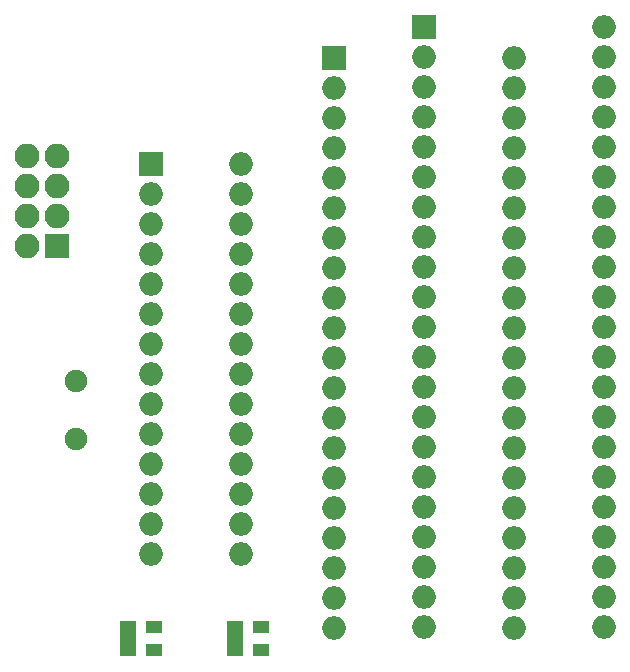
<source format=gbr>
G04 #@! TF.FileFunction,Soldermask,Bot*
%FSLAX46Y46*%
G04 Gerber Fmt 4.6, Leading zero omitted, Abs format (unit mm)*
G04 Created by KiCad (PCBNEW 4.0.7) date 05/26/18 16:35:29*
%MOMM*%
%LPD*%
G01*
G04 APERTURE LIST*
%ADD10C,0.100000*%
%ADD11R,2.100000X2.100000*%
%ADD12O,2.100000X2.100000*%
%ADD13R,1.460000X1.050000*%
%ADD14R,2.000000X2.000000*%
%ADD15O,2.000000X2.000000*%
%ADD16C,1.900000*%
G04 APERTURE END LIST*
D10*
D11*
X89344500Y-118948200D03*
D12*
X86804500Y-118948200D03*
X89344500Y-116408200D03*
X86804500Y-116408200D03*
X89344500Y-113868200D03*
X86804500Y-113868200D03*
X89344500Y-111328200D03*
X86804500Y-111328200D03*
D13*
X95348880Y-153111240D03*
X95348880Y-152161240D03*
X95348880Y-151211240D03*
X97548880Y-151211240D03*
X97548880Y-153111240D03*
X104345560Y-153111240D03*
X104345560Y-152161240D03*
X104345560Y-151211240D03*
X106545560Y-151211240D03*
X106545560Y-153111240D03*
D14*
X97261680Y-111963200D03*
D15*
X104881680Y-144983200D03*
X97261680Y-114503200D03*
X104881680Y-142443200D03*
X97261680Y-117043200D03*
X104881680Y-139903200D03*
X97261680Y-119583200D03*
X104881680Y-137363200D03*
X97261680Y-122123200D03*
X104881680Y-134823200D03*
X97261680Y-124663200D03*
X104881680Y-132283200D03*
X97261680Y-127203200D03*
X104881680Y-129743200D03*
X97261680Y-129743200D03*
X104881680Y-127203200D03*
X97261680Y-132283200D03*
X104881680Y-124663200D03*
X97261680Y-134823200D03*
X104881680Y-122123200D03*
X97261680Y-137363200D03*
X104881680Y-119583200D03*
X97261680Y-139903200D03*
X104881680Y-117043200D03*
X97261680Y-142443200D03*
X104881680Y-114503200D03*
X97261680Y-144983200D03*
X104881680Y-111963200D03*
D14*
X112765840Y-103000000D03*
D15*
X128005840Y-151260000D03*
X112765840Y-105540000D03*
X128005840Y-148720000D03*
X112765840Y-108080000D03*
X128005840Y-146180000D03*
X112765840Y-110620000D03*
X128005840Y-143640000D03*
X112765840Y-113160000D03*
X128005840Y-141100000D03*
X112765840Y-115700000D03*
X128005840Y-138560000D03*
X112765840Y-118240000D03*
X128005840Y-136020000D03*
X112765840Y-120780000D03*
X128005840Y-133480000D03*
X112765840Y-123320000D03*
X128005840Y-130940000D03*
X112765840Y-125860000D03*
X128005840Y-128400000D03*
X112765840Y-128400000D03*
X128005840Y-125860000D03*
X112765840Y-130940000D03*
X128005840Y-123320000D03*
X112765840Y-133480000D03*
X128005840Y-120780000D03*
X112765840Y-136020000D03*
X128005840Y-118240000D03*
X112765840Y-138560000D03*
X128005840Y-115700000D03*
X112765840Y-141100000D03*
X128005840Y-113160000D03*
X112765840Y-143640000D03*
X128005840Y-110620000D03*
X112765840Y-146180000D03*
X128005840Y-108080000D03*
X112765840Y-148720000D03*
X128005840Y-105540000D03*
X112765840Y-151260000D03*
X128005840Y-103000000D03*
D14*
X120365520Y-100416360D03*
D15*
X135605520Y-151216360D03*
X120365520Y-102956360D03*
X135605520Y-148676360D03*
X120365520Y-105496360D03*
X135605520Y-146136360D03*
X120365520Y-108036360D03*
X135605520Y-143596360D03*
X120365520Y-110576360D03*
X135605520Y-141056360D03*
X120365520Y-113116360D03*
X135605520Y-138516360D03*
X120365520Y-115656360D03*
X135605520Y-135976360D03*
X120365520Y-118196360D03*
X135605520Y-133436360D03*
X120365520Y-120736360D03*
X135605520Y-130896360D03*
X120365520Y-123276360D03*
X135605520Y-128356360D03*
X120365520Y-125816360D03*
X135605520Y-125816360D03*
X120365520Y-128356360D03*
X135605520Y-123276360D03*
X120365520Y-130896360D03*
X135605520Y-120736360D03*
X120365520Y-133436360D03*
X135605520Y-118196360D03*
X120365520Y-135976360D03*
X135605520Y-115656360D03*
X120365520Y-138516360D03*
X135605520Y-113116360D03*
X120365520Y-141056360D03*
X135605520Y-110576360D03*
X120365520Y-143596360D03*
X135605520Y-108036360D03*
X120365520Y-146136360D03*
X135605520Y-105496360D03*
X120365520Y-148676360D03*
X135605520Y-102956360D03*
X120365520Y-151216360D03*
X135605520Y-100416360D03*
D16*
X90919300Y-130378200D03*
X90919300Y-135258200D03*
M02*

</source>
